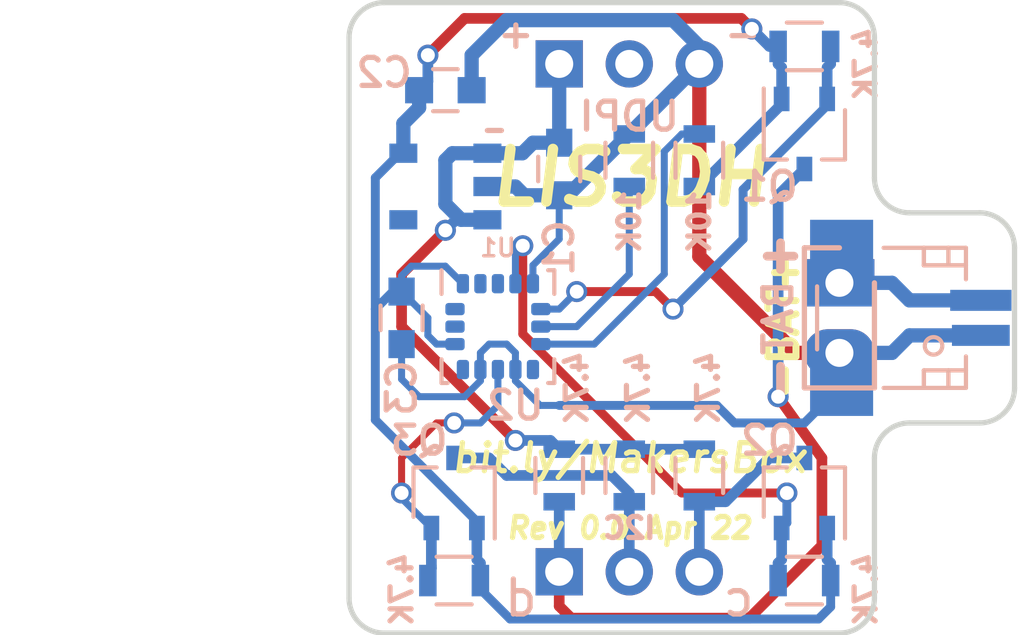
<source format=kicad_pcb>
(kicad_pcb (version 20171130) (host pcbnew "(5.1.10)-1")

  (general
    (thickness 1.6)
    (drawings 29)
    (tracks 175)
    (zones 0)
    (modules 20)
    (nets 13)
  )

  (page A)
  (title_block
    (title "Lights ATtiny826")
    (date 2022-03-18)
    (rev 0.0)
    (company www.MakersBox.us)
    (comment 1 648.ken@gmail.com)
  )

  (layers
    (0 F.Cu signal)
    (31 B.Cu signal)
    (32 B.Adhes user)
    (33 F.Adhes user)
    (34 B.Paste user)
    (35 F.Paste user)
    (36 B.SilkS user)
    (37 F.SilkS user)
    (38 B.Mask user)
    (39 F.Mask user hide)
    (40 Dwgs.User user)
    (41 Cmts.User user)
    (42 Eco1.User user)
    (43 Eco2.User user hide)
    (44 Edge.Cuts user)
    (45 Margin user)
    (46 B.CrtYd user)
    (47 F.CrtYd user)
    (48 B.Fab user)
    (49 F.Fab user)
  )

  (setup
    (last_trace_width 0.254)
    (user_trace_width 0.254)
    (user_trace_width 0.3048)
    (user_trace_width 0.4064)
    (user_trace_width 0.6096)
    (trace_clearance 0.2)
    (zone_clearance 0.508)
    (zone_45_only no)
    (trace_min 0.2)
    (via_size 0.6)
    (via_drill 0.4)
    (via_min_size 0.4)
    (via_min_drill 0.3)
    (uvia_size 0.3)
    (uvia_drill 0.1)
    (uvias_allowed no)
    (uvia_min_size 0.2)
    (uvia_min_drill 0.1)
    (edge_width 0.15)
    (segment_width 0.2)
    (pcb_text_width 0.3)
    (pcb_text_size 1.5 1.5)
    (mod_edge_width 0.15)
    (mod_text_size 1 1)
    (mod_text_width 0.15)
    (pad_size 0.8 0.2)
    (pad_drill 0)
    (pad_to_mask_clearance 0)
    (aux_axis_origin 0 0)
    (visible_elements 7FFFFFFF)
    (pcbplotparams
      (layerselection 0x00030_80000001)
      (usegerberextensions false)
      (usegerberattributes true)
      (usegerberadvancedattributes true)
      (creategerberjobfile true)
      (excludeedgelayer true)
      (linewidth 0.100000)
      (plotframeref false)
      (viasonmask false)
      (mode 1)
      (useauxorigin false)
      (hpglpennumber 1)
      (hpglpenspeed 20)
      (hpglpendiameter 15.000000)
      (psnegative false)
      (psa4output false)
      (plotreference true)
      (plotvalue true)
      (plotinvisibletext false)
      (padsonsilk false)
      (subtractmaskfromsilk false)
      (outputformat 1)
      (mirror false)
      (drillshape 0)
      (scaleselection 1)
      (outputdirectory ""))
  )

  (net 0 "")
  (net 1 GND)
  (net 2 "Net-(J1-Pad2)")
  (net 3 VCC)
  (net 4 +3V3)
  (net 5 /SCL)
  (net 6 /INT)
  (net 7 /SDA)
  (net 8 /SDA_3V3)
  (net 9 /SCL_3V3)
  (net 10 /INT_3V3)
  (net 11 "Net-(R7-Pad2)")
  (net 12 "Net-(R8-Pad1)")

  (net_class Default "This is the default net class."
    (clearance 0.2)
    (trace_width 0.2)
    (via_dia 0.6)
    (via_drill 0.4)
    (uvia_dia 0.3)
    (uvia_drill 0.1)
    (add_net +3V3)
    (add_net /INT)
    (add_net /INT_3V3)
    (add_net /SCL)
    (add_net /SCL_3V3)
    (add_net /SDA)
    (add_net /SDA_3V3)
    (add_net GND)
    (add_net "Net-(J1-Pad2)")
    (add_net "Net-(R7-Pad2)")
    (add_net "Net-(R8-Pad1)")
    (add_net VCC)
  )

  (module footprints:PIN_HEADER_LED (layer B.Cu) (tedit 6234EFD3) (tstamp 60357F5B)
    (at 145 92 180)
    (descr "Through hole straight pin header, 1x02, 2.00mm pitch, single row")
    (tags "Through hole pin header THT 1x02 2.00mm single row")
    (path /60347008)
    (fp_text reference J2 (at 0 2.06 180) (layer B.SilkS) hide
      (effects (font (size 1 1) (thickness 0.15)) (justify mirror))
    )
    (fp_text value BAT (at 1.75 -1 270) (layer B.SilkS)
      (effects (font (size 0.8 0.8) (thickness 0.15)) (justify mirror))
    )
    (fp_line (start 1.5 1.5) (end -1.5 1.5) (layer B.CrtYd) (width 0.05))
    (fp_line (start 1.5 -3.5) (end 1.5 1.5) (layer B.CrtYd) (width 0.05))
    (fp_line (start -1.5 -3.5) (end 1.5 -3.5) (layer B.CrtYd) (width 0.05))
    (fp_line (start -1.5 1.5) (end -1.5 -3.5) (layer B.CrtYd) (width 0.05))
    (fp_line (start -1 0.5) (end -0.5 1) (layer B.Fab) (width 0.1))
    (fp_line (start -1 -3) (end -1 0.5) (layer B.Fab) (width 0.1))
    (fp_line (start 1 -3) (end -1 -3) (layer B.Fab) (width 0.1))
    (fp_line (start 1 1) (end 1 -3) (layer B.Fab) (width 0.1))
    (fp_line (start -0.5 1) (end 1 1) (layer B.Fab) (width 0.1))
    (fp_line (start 1 1) (end 0 1) (layer B.SilkS) (width 0.15))
    (fp_line (start 1 -3) (end 1 1) (layer B.SilkS) (width 0.15))
    (fp_line (start -1 -3) (end 1 -3) (layer B.SilkS) (width 0.15))
    (fp_line (start -1 0) (end -1 -3) (layer B.SilkS) (width 0.15))
    (fp_text user %R (at 0 -1 90) (layer B.Fab)
      (effects (font (size 1 1) (thickness 0.15)) (justify mirror))
    )
    (pad 1 thru_hole rect (at 0 0 180) (size 2 1.35) (drill 0.8) (layers *.Cu *.Mask)
      (net 2 "Net-(J1-Pad2)"))
    (pad 2 thru_hole oval (at 0 -2 180) (size 2 1.35) (drill 0.8) (layers *.Cu *.Mask)
      (net 1 GND))
    (model ${KISYS3DMOD}/Pin_Headers.3dshapes/Pin_Header_Straight_1x02_Pitch2.00mm.wrl
      (at (xyz 0 0 0))
      (scale (xyz 1 1 1))
      (rotate (xyz 0 0 0))
    )
  )

  (module footprints:JST_SH_SM02B_hand_solder (layer B.Cu) (tedit 6041D3AA) (tstamp 60425510)
    (at 147 93 90)
    (descr http://www.jst-mfg.com/product/pdf/eng/eSH.pdf)
    (tags "connector jst sh")
    (path /6041C3A6)
    (attr smd)
    (fp_text reference J1 (at -0.5 4 90) (layer B.SilkS) hide
      (effects (font (size 1 1) (thickness 0.15)) (justify mirror))
    )
    (fp_text value JST-SH (at 0 -4.5 90) (layer B.Fab)
      (effects (font (size 1 1) (thickness 0.15)) (justify mirror))
    )
    (fp_line (start 2.9 -3.35) (end -2.9 -3.35) (layer B.CrtYd) (width 0.05))
    (fp_line (start 2.9 3.25) (end 2.9 -3.35) (layer B.CrtYd) (width 0.05))
    (fp_line (start -2.9 3.25) (end 2.9 3.25) (layer B.CrtYd) (width 0.05))
    (fp_line (start -2.9 -3.35) (end -2.9 3.25) (layer B.CrtYd) (width 0.05))
    (fp_line (start 2 0.4125) (end 1.5 0.4125) (layer B.SilkS) (width 0.12))
    (fp_line (start 2 0.4125) (end 2 0.4125) (layer B.SilkS) (width 0.12))
    (fp_line (start 1.5 0.4125) (end 2 0.4125) (layer B.SilkS) (width 0.12))
    (fp_line (start 1.5 0.4125) (end 1.5 0.4125) (layer B.SilkS) (width 0.12))
    (fp_line (start 2 1.1125) (end 1.5 1.1125) (layer B.SilkS) (width 0.12))
    (fp_line (start 2 1.1125) (end 2 1.1125) (layer B.SilkS) (width 0.12))
    (fp_line (start 1.5 1.1125) (end 2 1.1125) (layer B.SilkS) (width 0.12))
    (fp_line (start 1.5 1.1125) (end 1.5 1.1125) (layer B.SilkS) (width 0.12))
    (fp_line (start 1.5 1.6125) (end 1.5 1.6125) (layer B.SilkS) (width 0.12))
    (fp_line (start 1.5 0.4125) (end 1.5 1.6125) (layer B.SilkS) (width 0.12))
    (fp_line (start 1.5 0.4125) (end 1.5 0.4125) (layer B.SilkS) (width 0.12))
    (fp_line (start 1.5 1.6125) (end 1.5 0.4125) (layer B.SilkS) (width 0.12))
    (fp_line (start 2 1.6125) (end 1.1 1.6125) (layer B.SilkS) (width 0.12))
    (fp_line (start 2 -0.7375) (end 2 1.6125) (layer B.SilkS) (width 0.12))
    (fp_line (start -2 0.4125) (end -1.5 0.4125) (layer B.SilkS) (width 0.12))
    (fp_line (start -2 0.4125) (end -2 0.4125) (layer B.SilkS) (width 0.12))
    (fp_line (start -1.5 0.4125) (end -2 0.4125) (layer B.SilkS) (width 0.12))
    (fp_line (start -1.5 0.4125) (end -1.5 0.4125) (layer B.SilkS) (width 0.12))
    (fp_line (start -2 1.1125) (end -1.5 1.1125) (layer B.SilkS) (width 0.12))
    (fp_line (start -2 1.1125) (end -2 1.1125) (layer B.SilkS) (width 0.12))
    (fp_line (start -1.5 1.1125) (end -2 1.1125) (layer B.SilkS) (width 0.12))
    (fp_line (start -1.5 1.1125) (end -1.5 1.1125) (layer B.SilkS) (width 0.12))
    (fp_line (start -1.5 1.6125) (end -1.5 1.6125) (layer B.SilkS) (width 0.12))
    (fp_line (start -1.5 0.4125) (end -1.5 1.6125) (layer B.SilkS) (width 0.12))
    (fp_line (start -1.5 0.4125) (end -1.5 0.4125) (layer B.SilkS) (width 0.12))
    (fp_line (start -1.5 1.6125) (end -1.5 0.4125) (layer B.SilkS) (width 0.12))
    (fp_line (start -2 1.6125) (end -1.1 1.6125) (layer B.SilkS) (width 0.12))
    (fp_line (start -2 -0.7375) (end -2 1.6125) (layer B.SilkS) (width 0.12))
    (fp_line (start -0.9 -2.6375) (end 0.9 -2.6375) (layer B.SilkS) (width 0.12))
    (fp_circle (center -0.8 0.6875) (end -0.55 0.6875) (layer B.SilkS) (width 0.12))
    (pad 1 smd rect (at -0.5 2.0375 90) (size 0.6 1.65) (layers B.Cu B.Paste B.Mask)
      (net 1 GND))
    (pad 2 smd rect (at 0.5 2.0375 90) (size 0.6 1.75) (layers B.Cu B.Paste B.Mask)
      (net 2 "Net-(J1-Pad2)"))
    (pad 1 smd rect (at -2 -1.9375 90) (size 1.6 1.8) (layers B.Cu B.Paste B.Mask)
      (net 1 GND))
    (pad 2 smd rect (at 2 -1.9375 90) (size 1.6 1.8) (layers B.Cu B.Paste B.Mask)
      (net 2 "Net-(J1-Pad2)"))
  )

  (module footprints:PinHeader_1x03_P2.00mm_Vertical (layer B.Cu) (tedit 624D22E6) (tstamp 625AF1CC)
    (at 137 85.75 270)
    (descr "Through hole straight pin header, 1x03, 2.00mm pitch, single row")
    (tags "Through hole pin header THT 1x03 2.00mm single row")
    (path /623F35D1)
    (fp_text reference J4 (at 0 2.06 90) (layer B.SilkS) hide
      (effects (font (size 1 1) (thickness 0.15)) (justify mirror))
    )
    (fp_text value UDPI (at 1.5 -2 180) (layer B.SilkS)
      (effects (font (size 0.8 0.8) (thickness 0.15)) (justify mirror))
    )
    (fp_line (start -0.5 1) (end 1 1) (layer B.Fab) (width 0.1))
    (fp_line (start 1 1) (end 1 -5) (layer B.Fab) (width 0.1))
    (fp_line (start 1 -5) (end -1 -5) (layer B.Fab) (width 0.1))
    (fp_line (start -1 -5) (end -1 0.5) (layer B.Fab) (width 0.1))
    (fp_line (start -1 0.5) (end -0.5 1) (layer B.Fab) (width 0.1))
    (fp_line (start -1.5 1.5) (end -1.5 -5.5) (layer B.CrtYd) (width 0.05))
    (fp_line (start -1.5 -5.5) (end 1.5 -5.5) (layer B.CrtYd) (width 0.05))
    (fp_line (start 1.5 -5.5) (end 1.5 1.5) (layer B.CrtYd) (width 0.05))
    (fp_line (start 1.5 1.5) (end -1.5 1.5) (layer B.CrtYd) (width 0.05))
    (fp_text user %R (at 0 -2 180) (layer B.Fab)
      (effects (font (size 1 1) (thickness 0.15)) (justify mirror))
    )
    (pad 3 thru_hole oval (at 0 -4 270) (size 1.35 1.35) (drill 0.8) (layers *.Cu *.Mask)
      (net 1 GND))
    (pad 2 thru_hole oval (at 0 -2 270) (size 1.35 1.35) (drill 0.8) (layers *.Cu *.Mask))
    (pad 1 thru_hole rect (at 0 0 270) (size 1.35 1.35) (drill 0.8) (layers *.Cu *.Mask)
      (net 3 VCC))
    (model ${KISYS3DMOD}/Connector_PinHeader_2.00mm.3dshapes/PinHeader_1x03_P2.00mm_Vertical.wrl
      (at (xyz 0 0 0))
      (scale (xyz 1 1 1))
      (rotate (xyz 0 0 0))
    )
  )

  (module footprints:PinHeader_1x03_P2.00mm_Vertical (layer B.Cu) (tedit 624D22E6) (tstamp 625AF103)
    (at 137 100.25 270)
    (descr "Through hole straight pin header, 1x03, 2.00mm pitch, single row")
    (tags "Through hole pin header THT 1x03 2.00mm single row")
    (path /625B2420)
    (fp_text reference J8 (at 0 2.06 270) (layer B.SilkS) hide
      (effects (font (size 1 1) (thickness 0.15)) (justify mirror))
    )
    (fp_text value I2C (at -1.25 -2) (layer B.SilkS)
      (effects (font (size 0.6 0.6) (thickness 0.15)) (justify mirror))
    )
    (fp_line (start 1.5 1.5) (end -1.5 1.5) (layer B.CrtYd) (width 0.05))
    (fp_line (start 1.5 -5.5) (end 1.5 1.5) (layer B.CrtYd) (width 0.05))
    (fp_line (start -1.5 -5.5) (end 1.5 -5.5) (layer B.CrtYd) (width 0.05))
    (fp_line (start -1.5 1.5) (end -1.5 -5.5) (layer B.CrtYd) (width 0.05))
    (fp_line (start -1 0.5) (end -0.5 1) (layer B.Fab) (width 0.1))
    (fp_line (start -1 -5) (end -1 0.5) (layer B.Fab) (width 0.1))
    (fp_line (start 1 -5) (end -1 -5) (layer B.Fab) (width 0.1))
    (fp_line (start 1 1) (end 1 -5) (layer B.Fab) (width 0.1))
    (fp_line (start -0.5 1) (end 1 1) (layer B.Fab) (width 0.1))
    (fp_text user %R (at 0 -2) (layer B.Fab)
      (effects (font (size 1 1) (thickness 0.15)) (justify mirror))
    )
    (pad 3 thru_hole oval (at 0 -4 270) (size 1.35 1.35) (drill 0.8) (layers *.Cu *.Mask)
      (net 5 /SCL))
    (pad 2 thru_hole oval (at 0 -2 270) (size 1.35 1.35) (drill 0.8) (layers *.Cu *.Mask)
      (net 6 /INT))
    (pad 1 thru_hole rect (at 0 0 270) (size 1.35 1.35) (drill 0.8) (layers *.Cu *.Mask)
      (net 7 /SDA))
    (model ${KISYS3DMOD}/Connector_PinHeader_2.00mm.3dshapes/PinHeader_1x03_P2.00mm_Vertical.wrl
      (at (xyz 0 0 0))
      (scale (xyz 1 1 1))
      (rotate (xyz 0 0 0))
    )
  )

  (module footprints:C_0603 (layer B.Cu) (tedit 59958EE7) (tstamp 625B6BF6)
    (at 137 88.75 270)
    (descr "Capacitor SMD 0603, reflow soldering, AVX (see smccp.pdf)")
    (tags "capacitor 0603")
    (path /62632022)
    (attr smd)
    (fp_text reference C1 (at 2.25 0 270) (layer B.SilkS)
      (effects (font (size 0.8 0.8) (thickness 0.15)) (justify mirror))
    )
    (fp_text value 0.1uF (at 0 -1.5 270) (layer B.Fab)
      (effects (font (size 1 1) (thickness 0.15)) (justify mirror))
    )
    (fp_text user %R (at 0 0 270) (layer B.Fab)
      (effects (font (size 0.3 0.3) (thickness 0.075)) (justify mirror))
    )
    (fp_line (start 1.4 -0.65) (end -1.4 -0.65) (layer B.CrtYd) (width 0.05))
    (fp_line (start 1.4 -0.65) (end 1.4 0.65) (layer B.CrtYd) (width 0.05))
    (fp_line (start -1.4 0.65) (end -1.4 -0.65) (layer B.CrtYd) (width 0.05))
    (fp_line (start -1.4 0.65) (end 1.4 0.65) (layer B.CrtYd) (width 0.05))
    (fp_line (start 0.35 -0.6) (end -0.35 -0.6) (layer B.SilkS) (width 0.12))
    (fp_line (start -0.35 0.6) (end 0.35 0.6) (layer B.SilkS) (width 0.12))
    (fp_line (start -0.8 0.4) (end 0.8 0.4) (layer B.Fab) (width 0.1))
    (fp_line (start 0.8 0.4) (end 0.8 -0.4) (layer B.Fab) (width 0.1))
    (fp_line (start 0.8 -0.4) (end -0.8 -0.4) (layer B.Fab) (width 0.1))
    (fp_line (start -0.8 -0.4) (end -0.8 0.4) (layer B.Fab) (width 0.1))
    (pad 1 smd rect (at -0.75 0 270) (size 0.8 0.75) (layers B.Cu B.Paste B.Mask)
      (net 3 VCC))
    (pad 2 smd rect (at 0.75 0 270) (size 0.8 0.75) (layers B.Cu B.Paste B.Mask)
      (net 1 GND))
    (model Capacitors_SMD.3dshapes/C_0603.wrl
      (at (xyz 0 0 0))
      (scale (xyz 1 1 1))
      (rotate (xyz 0 0 0))
    )
  )

  (module footprints:C_0603 (layer B.Cu) (tedit 59958EE7) (tstamp 625B89EC)
    (at 133.75 86.5)
    (descr "Capacitor SMD 0603, reflow soldering, AVX (see smccp.pdf)")
    (tags "capacitor 0603")
    (path /6263275A)
    (attr smd)
    (fp_text reference C2 (at -1.75 -0.5 180) (layer B.SilkS)
      (effects (font (size 0.8 0.8) (thickness 0.15)) (justify mirror))
    )
    (fp_text value 0.1uF (at 0 -1.5 180) (layer B.Fab)
      (effects (font (size 1 1) (thickness 0.15)) (justify mirror))
    )
    (fp_line (start -0.8 -0.4) (end -0.8 0.4) (layer B.Fab) (width 0.1))
    (fp_line (start 0.8 -0.4) (end -0.8 -0.4) (layer B.Fab) (width 0.1))
    (fp_line (start 0.8 0.4) (end 0.8 -0.4) (layer B.Fab) (width 0.1))
    (fp_line (start -0.8 0.4) (end 0.8 0.4) (layer B.Fab) (width 0.1))
    (fp_line (start -0.35 0.6) (end 0.35 0.6) (layer B.SilkS) (width 0.12))
    (fp_line (start 0.35 -0.6) (end -0.35 -0.6) (layer B.SilkS) (width 0.12))
    (fp_line (start -1.4 0.65) (end 1.4 0.65) (layer B.CrtYd) (width 0.05))
    (fp_line (start -1.4 0.65) (end -1.4 -0.65) (layer B.CrtYd) (width 0.05))
    (fp_line (start 1.4 -0.65) (end 1.4 0.65) (layer B.CrtYd) (width 0.05))
    (fp_line (start 1.4 -0.65) (end -1.4 -0.65) (layer B.CrtYd) (width 0.05))
    (fp_text user %R (at 0 0 180) (layer B.Fab)
      (effects (font (size 0.3 0.3) (thickness 0.075)) (justify mirror))
    )
    (pad 2 smd rect (at 0.75 0) (size 0.8 0.75) (layers B.Cu B.Paste B.Mask)
      (net 1 GND))
    (pad 1 smd rect (at -0.75 0) (size 0.8 0.75) (layers B.Cu B.Paste B.Mask)
      (net 4 +3V3))
    (model Capacitors_SMD.3dshapes/C_0603.wrl
      (at (xyz 0 0 0))
      (scale (xyz 1 1 1))
      (rotate (xyz 0 0 0))
    )
  )

  (module Package_TO_SOT_SMD:SOT-323_SC-70 (layer B.Cu) (tedit 5A02FF57) (tstamp 625B8905)
    (at 144 87.75 270)
    (descr "SOT-323, SC-70")
    (tags "SOT-323 SC-70")
    (path /62635788)
    (attr smd)
    (fp_text reference Q1 (at 1.5 1 180) (layer B.SilkS)
      (effects (font (size 0.8 0.8) (thickness 0.15)) (justify mirror))
    )
    (fp_text value BSS138 (at -0.05 -2.05 270) (layer B.Fab)
      (effects (font (size 1 1) (thickness 0.15)) (justify mirror))
    )
    (fp_text user %R (at 0 0) (layer B.Fab)
      (effects (font (size 0.5 0.5) (thickness 0.075)) (justify mirror))
    )
    (fp_line (start 0.73 -0.5) (end 0.73 -1.16) (layer B.SilkS) (width 0.12))
    (fp_line (start 0.73 1.16) (end 0.73 0.5) (layer B.SilkS) (width 0.12))
    (fp_line (start 1.7 -1.3) (end -1.7 -1.3) (layer B.CrtYd) (width 0.05))
    (fp_line (start 1.7 1.3) (end 1.7 -1.3) (layer B.CrtYd) (width 0.05))
    (fp_line (start -1.7 1.3) (end 1.7 1.3) (layer B.CrtYd) (width 0.05))
    (fp_line (start -1.7 -1.3) (end -1.7 1.3) (layer B.CrtYd) (width 0.05))
    (fp_line (start 0.73 1.16) (end -1.3 1.16) (layer B.SilkS) (width 0.12))
    (fp_line (start -0.68 -1.16) (end 0.73 -1.16) (layer B.SilkS) (width 0.12))
    (fp_line (start 0.67 1.1) (end -0.18 1.1) (layer B.Fab) (width 0.1))
    (fp_line (start -0.68 0.6) (end -0.68 -1.1) (layer B.Fab) (width 0.1))
    (fp_line (start 0.67 1.1) (end 0.67 -1.1) (layer B.Fab) (width 0.1))
    (fp_line (start 0.67 -1.1) (end -0.68 -1.1) (layer B.Fab) (width 0.1))
    (fp_line (start -0.18 1.1) (end -0.68 0.6) (layer B.Fab) (width 0.1))
    (pad 3 smd rect (at 1 0) (size 0.45 0.7) (layers B.Cu B.Paste B.Mask)
      (net 7 /SDA))
    (pad 2 smd rect (at -1 -0.65) (size 0.45 0.7) (layers B.Cu B.Paste B.Mask)
      (net 8 /SDA_3V3))
    (pad 1 smd rect (at -1 0.65) (size 0.45 0.7) (layers B.Cu B.Paste B.Mask)
      (net 4 +3V3))
    (model ${KISYS3DMOD}/Package_TO_SOT_SMD.3dshapes/SOT-323_SC-70.wrl
      (at (xyz 0 0 0))
      (scale (xyz 1 1 1))
      (rotate (xyz 0 0 0))
    )
  )

  (module Package_TO_SOT_SMD:SOT-323_SC-70 (layer B.Cu) (tedit 5A02FF57) (tstamp 625B6C31)
    (at 144 98 90)
    (descr "SOT-323, SC-70")
    (tags "SOT-323 SC-70")
    (path /62649B2D)
    (attr smd)
    (fp_text reference Q2 (at 1.5 -1 -180) (layer B.SilkS)
      (effects (font (size 0.8 0.8) (thickness 0.15)) (justify mirror))
    )
    (fp_text value BSS138 (at -0.05 -2.05 -90) (layer B.Fab)
      (effects (font (size 1 1) (thickness 0.15)) (justify mirror))
    )
    (fp_line (start -0.18 1.1) (end -0.68 0.6) (layer B.Fab) (width 0.1))
    (fp_line (start 0.67 -1.1) (end -0.68 -1.1) (layer B.Fab) (width 0.1))
    (fp_line (start 0.67 1.1) (end 0.67 -1.1) (layer B.Fab) (width 0.1))
    (fp_line (start -0.68 0.6) (end -0.68 -1.1) (layer B.Fab) (width 0.1))
    (fp_line (start 0.67 1.1) (end -0.18 1.1) (layer B.Fab) (width 0.1))
    (fp_line (start -0.68 -1.16) (end 0.73 -1.16) (layer B.SilkS) (width 0.12))
    (fp_line (start 0.73 1.16) (end -1.3 1.16) (layer B.SilkS) (width 0.12))
    (fp_line (start -1.7 -1.3) (end -1.7 1.3) (layer B.CrtYd) (width 0.05))
    (fp_line (start -1.7 1.3) (end 1.7 1.3) (layer B.CrtYd) (width 0.05))
    (fp_line (start 1.7 1.3) (end 1.7 -1.3) (layer B.CrtYd) (width 0.05))
    (fp_line (start 1.7 -1.3) (end -1.7 -1.3) (layer B.CrtYd) (width 0.05))
    (fp_line (start 0.73 1.16) (end 0.73 0.5) (layer B.SilkS) (width 0.12))
    (fp_line (start 0.73 -0.5) (end 0.73 -1.16) (layer B.SilkS) (width 0.12))
    (fp_text user %R (at 0 0) (layer B.Fab)
      (effects (font (size 0.5 0.5) (thickness 0.075)) (justify mirror))
    )
    (pad 1 smd rect (at -1 0.65 180) (size 0.45 0.7) (layers B.Cu B.Paste B.Mask)
      (net 4 +3V3))
    (pad 2 smd rect (at -1 -0.65 180) (size 0.45 0.7) (layers B.Cu B.Paste B.Mask)
      (net 9 /SCL_3V3))
    (pad 3 smd rect (at 1 0 180) (size 0.45 0.7) (layers B.Cu B.Paste B.Mask)
      (net 5 /SCL))
    (model ${KISYS3DMOD}/Package_TO_SOT_SMD.3dshapes/SOT-323_SC-70.wrl
      (at (xyz 0 0 0))
      (scale (xyz 1 1 1))
      (rotate (xyz 0 0 0))
    )
  )

  (module Package_TO_SOT_SMD:SOT-323_SC-70 (layer B.Cu) (tedit 5A02FF57) (tstamp 625B74F9)
    (at 134 98 90)
    (descr "SOT-323, SC-70")
    (tags "SOT-323 SC-70")
    (path /6264F167)
    (attr smd)
    (fp_text reference Q3 (at 1.5 -1 180) (layer B.SilkS)
      (effects (font (size 0.8 0.8) (thickness 0.15)) (justify mirror))
    )
    (fp_text value BSS138 (at -0.05 -2.05 -90) (layer B.Fab)
      (effects (font (size 1 1) (thickness 0.15)) (justify mirror))
    )
    (fp_line (start -0.18 1.1) (end -0.68 0.6) (layer B.Fab) (width 0.1))
    (fp_line (start 0.67 -1.1) (end -0.68 -1.1) (layer B.Fab) (width 0.1))
    (fp_line (start 0.67 1.1) (end 0.67 -1.1) (layer B.Fab) (width 0.1))
    (fp_line (start -0.68 0.6) (end -0.68 -1.1) (layer B.Fab) (width 0.1))
    (fp_line (start 0.67 1.1) (end -0.18 1.1) (layer B.Fab) (width 0.1))
    (fp_line (start -0.68 -1.16) (end 0.73 -1.16) (layer B.SilkS) (width 0.12))
    (fp_line (start 0.73 1.16) (end -1.3 1.16) (layer B.SilkS) (width 0.12))
    (fp_line (start -1.7 -1.3) (end -1.7 1.3) (layer B.CrtYd) (width 0.05))
    (fp_line (start -1.7 1.3) (end 1.7 1.3) (layer B.CrtYd) (width 0.05))
    (fp_line (start 1.7 1.3) (end 1.7 -1.3) (layer B.CrtYd) (width 0.05))
    (fp_line (start 1.7 -1.3) (end -1.7 -1.3) (layer B.CrtYd) (width 0.05))
    (fp_line (start 0.73 1.16) (end 0.73 0.5) (layer B.SilkS) (width 0.12))
    (fp_line (start 0.73 -0.5) (end 0.73 -1.16) (layer B.SilkS) (width 0.12))
    (fp_text user %R (at 0 0) (layer B.Fab)
      (effects (font (size 0.5 0.5) (thickness 0.075)) (justify mirror))
    )
    (pad 1 smd rect (at -1 0.65 180) (size 0.45 0.7) (layers B.Cu B.Paste B.Mask)
      (net 4 +3V3))
    (pad 2 smd rect (at -1 -0.65 180) (size 0.45 0.7) (layers B.Cu B.Paste B.Mask)
      (net 10 /INT_3V3))
    (pad 3 smd rect (at 1 0 180) (size 0.45 0.7) (layers B.Cu B.Paste B.Mask)
      (net 6 /INT))
    (model ${KISYS3DMOD}/Package_TO_SOT_SMD.3dshapes/SOT-323_SC-70.wrl
      (at (xyz 0 0 0))
      (scale (xyz 1 1 1))
      (rotate (xyz 0 0 0))
    )
  )

  (module footprints:R_0603 (layer B.Cu) (tedit 624CF025) (tstamp 625B6C57)
    (at 137 97.5 270)
    (descr "Resistor SMD 0603, reflow soldering, Vishay (see dcrcw.pdf)")
    (tags "resistor 0603")
    (path /62641D17)
    (attr smd)
    (fp_text reference R1 (at 0 0 90) (layer B.SilkS) hide
      (effects (font (size 0.4 0.4) (thickness 0.1)) (justify mirror))
    )
    (fp_text value 4.7K (at -2.5 -0.5 90) (layer B.SilkS)
      (effects (font (size 0.6 0.6) (thickness 0.15)) (justify mirror))
    )
    (fp_text user %R (at 0 0 90) (layer B.Fab)
      (effects (font (size 0.4 0.4) (thickness 0.075)) (justify mirror))
    )
    (fp_line (start -0.8 -0.4) (end -0.8 0.4) (layer B.Fab) (width 0.1))
    (fp_line (start 0.8 -0.4) (end -0.8 -0.4) (layer B.Fab) (width 0.1))
    (fp_line (start 0.8 0.4) (end 0.8 -0.4) (layer B.Fab) (width 0.1))
    (fp_line (start -0.8 0.4) (end 0.8 0.4) (layer B.Fab) (width 0.1))
    (fp_line (start 0.5 -0.68) (end -0.5 -0.68) (layer B.SilkS) (width 0.12))
    (fp_line (start -0.5 0.68) (end 0.5 0.68) (layer B.SilkS) (width 0.12))
    (fp_line (start -1.25 0.7) (end 1.25 0.7) (layer B.CrtYd) (width 0.05))
    (fp_line (start -1.25 0.7) (end -1.25 -0.7) (layer B.CrtYd) (width 0.05))
    (fp_line (start 1.25 -0.7) (end 1.25 0.7) (layer B.CrtYd) (width 0.05))
    (fp_line (start 1.25 -0.7) (end -1.25 -0.7) (layer B.CrtYd) (width 0.05))
    (pad 2 smd rect (at 0.75 0 270) (size 0.5 0.9) (layers B.Cu B.Paste B.Mask)
      (net 7 /SDA))
    (pad 1 smd rect (at -0.75 0 270) (size 0.5 0.9) (layers B.Cu B.Paste B.Mask)
      (net 3 VCC))
    (model ${KISYS3DMOD}/Resistors_SMD.3dshapes/R_0603.wrl
      (at (xyz 0 0 0))
      (scale (xyz 1 1 1))
      (rotate (xyz 0 0 0))
    )
  )

  (module footprints:R_0603 (layer B.Cu) (tedit 624CF025) (tstamp 625B6C68)
    (at 141 97.5 270)
    (descr "Resistor SMD 0603, reflow soldering, Vishay (see dcrcw.pdf)")
    (tags "resistor 0603")
    (path /62649B45)
    (attr smd)
    (fp_text reference R2 (at 0 0 90) (layer B.SilkS) hide
      (effects (font (size 0.4 0.4) (thickness 0.1)) (justify mirror))
    )
    (fp_text value 4.7K (at -2.5 -0.25 90) (layer B.SilkS)
      (effects (font (size 0.6 0.6) (thickness 0.15)) (justify mirror))
    )
    (fp_line (start 1.25 -0.7) (end -1.25 -0.7) (layer B.CrtYd) (width 0.05))
    (fp_line (start 1.25 -0.7) (end 1.25 0.7) (layer B.CrtYd) (width 0.05))
    (fp_line (start -1.25 0.7) (end -1.25 -0.7) (layer B.CrtYd) (width 0.05))
    (fp_line (start -1.25 0.7) (end 1.25 0.7) (layer B.CrtYd) (width 0.05))
    (fp_line (start -0.5 0.68) (end 0.5 0.68) (layer B.SilkS) (width 0.12))
    (fp_line (start 0.5 -0.68) (end -0.5 -0.68) (layer B.SilkS) (width 0.12))
    (fp_line (start -0.8 0.4) (end 0.8 0.4) (layer B.Fab) (width 0.1))
    (fp_line (start 0.8 0.4) (end 0.8 -0.4) (layer B.Fab) (width 0.1))
    (fp_line (start 0.8 -0.4) (end -0.8 -0.4) (layer B.Fab) (width 0.1))
    (fp_line (start -0.8 -0.4) (end -0.8 0.4) (layer B.Fab) (width 0.1))
    (fp_text user %R (at 0 0 90) (layer B.Fab)
      (effects (font (size 0.4 0.4) (thickness 0.075)) (justify mirror))
    )
    (pad 1 smd rect (at -0.75 0 270) (size 0.5 0.9) (layers B.Cu B.Paste B.Mask)
      (net 3 VCC))
    (pad 2 smd rect (at 0.75 0 270) (size 0.5 0.9) (layers B.Cu B.Paste B.Mask)
      (net 5 /SCL))
    (model ${KISYS3DMOD}/Resistors_SMD.3dshapes/R_0603.wrl
      (at (xyz 0 0 0))
      (scale (xyz 1 1 1))
      (rotate (xyz 0 0 0))
    )
  )

  (module footprints:R_0603 (layer B.Cu) (tedit 624CF025) (tstamp 625B7EB7)
    (at 139 97.5 270)
    (descr "Resistor SMD 0603, reflow soldering, Vishay (see dcrcw.pdf)")
    (tags "resistor 0603")
    (path /6264F17F)
    (attr smd)
    (fp_text reference R3 (at 0 0 90) (layer B.SilkS) hide
      (effects (font (size 0.4 0.4) (thickness 0.1)) (justify mirror))
    )
    (fp_text value 4.7K (at -2.5 -0.25 90) (layer B.SilkS)
      (effects (font (size 0.6 0.6) (thickness 0.15)) (justify mirror))
    )
    (fp_line (start 1.25 -0.7) (end -1.25 -0.7) (layer B.CrtYd) (width 0.05))
    (fp_line (start 1.25 -0.7) (end 1.25 0.7) (layer B.CrtYd) (width 0.05))
    (fp_line (start -1.25 0.7) (end -1.25 -0.7) (layer B.CrtYd) (width 0.05))
    (fp_line (start -1.25 0.7) (end 1.25 0.7) (layer B.CrtYd) (width 0.05))
    (fp_line (start -0.5 0.68) (end 0.5 0.68) (layer B.SilkS) (width 0.12))
    (fp_line (start 0.5 -0.68) (end -0.5 -0.68) (layer B.SilkS) (width 0.12))
    (fp_line (start -0.8 0.4) (end 0.8 0.4) (layer B.Fab) (width 0.1))
    (fp_line (start 0.8 0.4) (end 0.8 -0.4) (layer B.Fab) (width 0.1))
    (fp_line (start 0.8 -0.4) (end -0.8 -0.4) (layer B.Fab) (width 0.1))
    (fp_line (start -0.8 -0.4) (end -0.8 0.4) (layer B.Fab) (width 0.1))
    (fp_text user %R (at 0 0 90) (layer B.Fab)
      (effects (font (size 0.4 0.4) (thickness 0.075)) (justify mirror))
    )
    (pad 1 smd rect (at -0.75 0 270) (size 0.5 0.9) (layers B.Cu B.Paste B.Mask)
      (net 3 VCC))
    (pad 2 smd rect (at 0.75 0 270) (size 0.5 0.9) (layers B.Cu B.Paste B.Mask)
      (net 6 /INT))
    (model ${KISYS3DMOD}/Resistors_SMD.3dshapes/R_0603.wrl
      (at (xyz 0 0 0))
      (scale (xyz 1 1 1))
      (rotate (xyz 0 0 0))
    )
  )

  (module footprints:R_0603 (layer B.Cu) (tedit 624CF025) (tstamp 625B6C8A)
    (at 144 85.25)
    (descr "Resistor SMD 0603, reflow soldering, Vishay (see dcrcw.pdf)")
    (tags "resistor 0603")
    (path /62647902)
    (attr smd)
    (fp_text reference R4 (at 0 0) (layer B.SilkS) hide
      (effects (font (size 0.4 0.4) (thickness 0.1)) (justify mirror))
    )
    (fp_text value 4.7K (at 1.75 0.5 90) (layer B.SilkS)
      (effects (font (size 0.6 0.6) (thickness 0.15)) (justify mirror))
    )
    (fp_line (start 1.25 -0.7) (end -1.25 -0.7) (layer B.CrtYd) (width 0.05))
    (fp_line (start 1.25 -0.7) (end 1.25 0.7) (layer B.CrtYd) (width 0.05))
    (fp_line (start -1.25 0.7) (end -1.25 -0.7) (layer B.CrtYd) (width 0.05))
    (fp_line (start -1.25 0.7) (end 1.25 0.7) (layer B.CrtYd) (width 0.05))
    (fp_line (start -0.5 0.68) (end 0.5 0.68) (layer B.SilkS) (width 0.12))
    (fp_line (start 0.5 -0.68) (end -0.5 -0.68) (layer B.SilkS) (width 0.12))
    (fp_line (start -0.8 0.4) (end 0.8 0.4) (layer B.Fab) (width 0.1))
    (fp_line (start 0.8 0.4) (end 0.8 -0.4) (layer B.Fab) (width 0.1))
    (fp_line (start 0.8 -0.4) (end -0.8 -0.4) (layer B.Fab) (width 0.1))
    (fp_line (start -0.8 -0.4) (end -0.8 0.4) (layer B.Fab) (width 0.1))
    (fp_text user %R (at 0 0) (layer B.Fab)
      (effects (font (size 0.4 0.4) (thickness 0.075)) (justify mirror))
    )
    (pad 1 smd rect (at -0.75 0) (size 0.5 0.9) (layers B.Cu B.Paste B.Mask)
      (net 4 +3V3))
    (pad 2 smd rect (at 0.75 0) (size 0.5 0.9) (layers B.Cu B.Paste B.Mask)
      (net 8 /SDA_3V3))
    (model ${KISYS3DMOD}/Resistors_SMD.3dshapes/R_0603.wrl
      (at (xyz 0 0 0))
      (scale (xyz 1 1 1))
      (rotate (xyz 0 0 0))
    )
  )

  (module footprints:R_0603 (layer B.Cu) (tedit 624CF025) (tstamp 625B6C9B)
    (at 144 100.5 180)
    (descr "Resistor SMD 0603, reflow soldering, Vishay (see dcrcw.pdf)")
    (tags "resistor 0603")
    (path /62649B5D)
    (attr smd)
    (fp_text reference R5 (at 0 0) (layer B.SilkS) hide
      (effects (font (size 0.4 0.4) (thickness 0.1)) (justify mirror))
    )
    (fp_text value 4.7K (at -1.75 -0.25 90) (layer B.SilkS)
      (effects (font (size 0.6 0.6) (thickness 0.15)) (justify mirror))
    )
    (fp_text user %R (at 0 0) (layer B.Fab)
      (effects (font (size 0.4 0.4) (thickness 0.075)) (justify mirror))
    )
    (fp_line (start -0.8 -0.4) (end -0.8 0.4) (layer B.Fab) (width 0.1))
    (fp_line (start 0.8 -0.4) (end -0.8 -0.4) (layer B.Fab) (width 0.1))
    (fp_line (start 0.8 0.4) (end 0.8 -0.4) (layer B.Fab) (width 0.1))
    (fp_line (start -0.8 0.4) (end 0.8 0.4) (layer B.Fab) (width 0.1))
    (fp_line (start 0.5 -0.68) (end -0.5 -0.68) (layer B.SilkS) (width 0.12))
    (fp_line (start -0.5 0.68) (end 0.5 0.68) (layer B.SilkS) (width 0.12))
    (fp_line (start -1.25 0.7) (end 1.25 0.7) (layer B.CrtYd) (width 0.05))
    (fp_line (start -1.25 0.7) (end -1.25 -0.7) (layer B.CrtYd) (width 0.05))
    (fp_line (start 1.25 -0.7) (end 1.25 0.7) (layer B.CrtYd) (width 0.05))
    (fp_line (start 1.25 -0.7) (end -1.25 -0.7) (layer B.CrtYd) (width 0.05))
    (pad 2 smd rect (at 0.75 0 180) (size 0.5 0.9) (layers B.Cu B.Paste B.Mask)
      (net 9 /SCL_3V3))
    (pad 1 smd rect (at -0.75 0 180) (size 0.5 0.9) (layers B.Cu B.Paste B.Mask)
      (net 4 +3V3))
    (model ${KISYS3DMOD}/Resistors_SMD.3dshapes/R_0603.wrl
      (at (xyz 0 0 0))
      (scale (xyz 1 1 1))
      (rotate (xyz 0 0 0))
    )
  )

  (module footprints:R_0603 (layer B.Cu) (tedit 624CF025) (tstamp 625B8010)
    (at 134 100.5 180)
    (descr "Resistor SMD 0603, reflow soldering, Vishay (see dcrcw.pdf)")
    (tags "resistor 0603")
    (path /6264F197)
    (attr smd)
    (fp_text reference R6 (at 0 0) (layer B.SilkS) hide
      (effects (font (size 0.4 0.4) (thickness 0.1)) (justify mirror))
    )
    (fp_text value 4.7K (at 1.5 -0.25 90) (layer B.SilkS)
      (effects (font (size 0.6 0.6) (thickness 0.15)) (justify mirror))
    )
    (fp_text user %R (at 0 0) (layer B.Fab)
      (effects (font (size 0.4 0.4) (thickness 0.075)) (justify mirror))
    )
    (fp_line (start -0.8 -0.4) (end -0.8 0.4) (layer B.Fab) (width 0.1))
    (fp_line (start 0.8 -0.4) (end -0.8 -0.4) (layer B.Fab) (width 0.1))
    (fp_line (start 0.8 0.4) (end 0.8 -0.4) (layer B.Fab) (width 0.1))
    (fp_line (start -0.8 0.4) (end 0.8 0.4) (layer B.Fab) (width 0.1))
    (fp_line (start 0.5 -0.68) (end -0.5 -0.68) (layer B.SilkS) (width 0.12))
    (fp_line (start -0.5 0.68) (end 0.5 0.68) (layer B.SilkS) (width 0.12))
    (fp_line (start -1.25 0.7) (end 1.25 0.7) (layer B.CrtYd) (width 0.05))
    (fp_line (start -1.25 0.7) (end -1.25 -0.7) (layer B.CrtYd) (width 0.05))
    (fp_line (start 1.25 -0.7) (end 1.25 0.7) (layer B.CrtYd) (width 0.05))
    (fp_line (start 1.25 -0.7) (end -1.25 -0.7) (layer B.CrtYd) (width 0.05))
    (pad 2 smd rect (at 0.75 0 180) (size 0.5 0.9) (layers B.Cu B.Paste B.Mask)
      (net 10 /INT_3V3))
    (pad 1 smd rect (at -0.75 0 180) (size 0.5 0.9) (layers B.Cu B.Paste B.Mask)
      (net 4 +3V3))
    (model ${KISYS3DMOD}/Resistors_SMD.3dshapes/R_0603.wrl
      (at (xyz 0 0 0))
      (scale (xyz 1 1 1))
      (rotate (xyz 0 0 0))
    )
  )

  (module footprints:R_0603 (layer B.Cu) (tedit 624CF025) (tstamp 625B6CBD)
    (at 141 88.5 90)
    (descr "Resistor SMD 0603, reflow soldering, Vishay (see dcrcw.pdf)")
    (tags "resistor 0603")
    (path /62660D7F)
    (attr smd)
    (fp_text reference R7 (at 0 0 90) (layer B.SilkS) hide
      (effects (font (size 0.4 0.4) (thickness 0.1)) (justify mirror))
    )
    (fp_text value 10K (at -1.75 0 90) (layer B.SilkS)
      (effects (font (size 0.6 0.6) (thickness 0.15)) (justify mirror))
    )
    (fp_text user %R (at 0 0 90) (layer B.Fab)
      (effects (font (size 0.4 0.4) (thickness 0.075)) (justify mirror))
    )
    (fp_line (start -0.8 -0.4) (end -0.8 0.4) (layer B.Fab) (width 0.1))
    (fp_line (start 0.8 -0.4) (end -0.8 -0.4) (layer B.Fab) (width 0.1))
    (fp_line (start 0.8 0.4) (end 0.8 -0.4) (layer B.Fab) (width 0.1))
    (fp_line (start -0.8 0.4) (end 0.8 0.4) (layer B.Fab) (width 0.1))
    (fp_line (start 0.5 -0.68) (end -0.5 -0.68) (layer B.SilkS) (width 0.12))
    (fp_line (start -0.5 0.68) (end 0.5 0.68) (layer B.SilkS) (width 0.12))
    (fp_line (start -1.25 0.7) (end 1.25 0.7) (layer B.CrtYd) (width 0.05))
    (fp_line (start -1.25 0.7) (end -1.25 -0.7) (layer B.CrtYd) (width 0.05))
    (fp_line (start 1.25 -0.7) (end 1.25 0.7) (layer B.CrtYd) (width 0.05))
    (fp_line (start 1.25 -0.7) (end -1.25 -0.7) (layer B.CrtYd) (width 0.05))
    (pad 2 smd rect (at 0.75 0 90) (size 0.5 0.9) (layers B.Cu B.Paste B.Mask)
      (net 11 "Net-(R7-Pad2)"))
    (pad 1 smd rect (at -0.75 0 90) (size 0.5 0.9) (layers B.Cu B.Paste B.Mask)
      (net 4 +3V3))
    (model ${KISYS3DMOD}/Resistors_SMD.3dshapes/R_0603.wrl
      (at (xyz 0 0 0))
      (scale (xyz 1 1 1))
      (rotate (xyz 0 0 0))
    )
  )

  (module footprints:R_0603 (layer B.Cu) (tedit 624CF025) (tstamp 625B6CCE)
    (at 139 88.5 90)
    (descr "Resistor SMD 0603, reflow soldering, Vishay (see dcrcw.pdf)")
    (tags "resistor 0603")
    (path /6265D5B5)
    (attr smd)
    (fp_text reference R8 (at 0 0 90) (layer B.SilkS) hide
      (effects (font (size 0.4 0.4) (thickness 0.1)) (justify mirror))
    )
    (fp_text value 10K (at -1.75 0 90) (layer B.SilkS)
      (effects (font (size 0.6 0.6) (thickness 0.15)) (justify mirror))
    )
    (fp_line (start 1.25 -0.7) (end -1.25 -0.7) (layer B.CrtYd) (width 0.05))
    (fp_line (start 1.25 -0.7) (end 1.25 0.7) (layer B.CrtYd) (width 0.05))
    (fp_line (start -1.25 0.7) (end -1.25 -0.7) (layer B.CrtYd) (width 0.05))
    (fp_line (start -1.25 0.7) (end 1.25 0.7) (layer B.CrtYd) (width 0.05))
    (fp_line (start -0.5 0.68) (end 0.5 0.68) (layer B.SilkS) (width 0.12))
    (fp_line (start 0.5 -0.68) (end -0.5 -0.68) (layer B.SilkS) (width 0.12))
    (fp_line (start -0.8 0.4) (end 0.8 0.4) (layer B.Fab) (width 0.1))
    (fp_line (start 0.8 0.4) (end 0.8 -0.4) (layer B.Fab) (width 0.1))
    (fp_line (start 0.8 -0.4) (end -0.8 -0.4) (layer B.Fab) (width 0.1))
    (fp_line (start -0.8 -0.4) (end -0.8 0.4) (layer B.Fab) (width 0.1))
    (fp_text user %R (at 0 0 90) (layer B.Fab)
      (effects (font (size 0.4 0.4) (thickness 0.075)) (justify mirror))
    )
    (pad 1 smd rect (at -0.75 0 90) (size 0.5 0.9) (layers B.Cu B.Paste B.Mask)
      (net 12 "Net-(R8-Pad1)"))
    (pad 2 smd rect (at 0.75 0 90) (size 0.5 0.9) (layers B.Cu B.Paste B.Mask)
      (net 1 GND))
    (model ${KISYS3DMOD}/Resistors_SMD.3dshapes/R_0603.wrl
      (at (xyz 0 0 0))
      (scale (xyz 1 1 1))
      (rotate (xyz 0 0 0))
    )
  )

  (module footprints:SOT-753 (layer B.Cu) (tedit 5919A792) (tstamp 625B8B6A)
    (at 133.75 89.25 270)
    (path /6262E81D)
    (solder_mask_margin 0.05)
    (attr smd)
    (fp_text reference U1 (at 1.75 -1.5) (layer B.SilkS)
      (effects (font (size 0.5 0.5) (thickness 0.1)) (justify mirror))
    )
    (fp_text value "Linear 3.3V" (at 0 -2 270) (layer B.Fab) hide
      (effects (font (size 0.4 0.4) (thickness 0.1)) (justify mirror))
    )
    (fp_line (start 1.5 -0.9) (end 1.5 0.9) (layer B.Fab) (width 0.15))
    (fp_line (start -1.5 -0.9) (end 1.5 -0.9) (layer B.Fab) (width 0.15))
    (fp_line (start -1.5 0.9) (end -1.5 -0.9) (layer B.Fab) (width 0.15))
    (fp_line (start 1.5 0.9) (end -1.5 0.9) (layer B.Fab) (width 0.15))
    (fp_line (start -1.6 -1.2) (end -1.6 -1.6) (layer B.SilkS) (width 0.15))
    (fp_line (start -1.6 1.6) (end 1.6 1.6) (layer B.CrtYd) (width 0.05))
    (fp_line (start -1.6 -1.6) (end 1.6 -1.6) (layer B.CrtYd) (width 0.05))
    (fp_line (start -1.6 1.6) (end -1.6 -1.6) (layer B.CrtYd) (width 0.05))
    (fp_line (start 1.6 1.6) (end 1.6 -1.6) (layer B.CrtYd) (width 0.05))
    (fp_line (start -1 -0.9) (end -1.2 -0.5) (layer B.Fab) (width 0.15))
    (fp_line (start -1.2 -0.5) (end -0.7 -0.5) (layer B.Fab) (width 0.15))
    (fp_line (start -0.7 -0.5) (end -0.9 -0.9) (layer B.Fab) (width 0.15))
    (fp_line (start -0.95 1.5) (end -0.95 0.9) (layer B.Fab) (width 0.15))
    (fp_line (start 0.95 1.5) (end 0.95 0.9) (layer B.Fab) (width 0.15))
    (fp_line (start 0.95 -1.5) (end 0.95 -0.9) (layer B.Fab) (width 0.15))
    (fp_line (start 0 -1.5) (end 0 -0.9) (layer B.Fab) (width 0.15))
    (fp_line (start -0.95 -1.5) (end -0.95 -0.9) (layer B.Fab) (width 0.15))
    (fp_text user %R (at 0.25 -0.1 270) (layer B.Fab)
      (effects (font (size 0.6 0.6) (thickness 0.1)) (justify mirror))
    )
    (pad 1 smd rect (at -0.95 -1.2 270) (size 0.55 0.8) (layers B.Cu B.Paste B.Mask)
      (net 3 VCC))
    (pad 3 smd rect (at 0.95 -1.2 270) (size 0.55 0.8) (layers B.Cu B.Paste B.Mask)
      (net 3 VCC))
    (pad 2 smd rect (at 0 -1.2 270) (size 0.55 0.8) (layers B.Cu B.Paste B.Mask)
      (net 1 GND))
    (pad 4 smd rect (at 0.95 1.2 270) (size 0.55 0.8) (layers B.Cu B.Paste B.Mask))
    (pad 5 smd rect (at -0.95 1.2 270) (size 0.55 0.8) (layers B.Cu B.Paste B.Mask)
      (net 4 +3V3))
    (model "C:/Cad/Footprint/SOT/3D/User Library-SOT753.step"
      (at (xyz 0 0 0))
      (scale (xyz 1 1 1))
      (rotate (xyz 0 0 90))
    )
  )

  (module Package_LGA:LGA-16_3x3mm_P0.5mm_LayoutBorder3x5y (layer B.Cu) (tedit 5D9F7937) (tstamp 625B8A76)
    (at 135.25 93.25 270)
    (descr "LGA, 16 Pin (http://www.st.com/resource/en/datasheet/lis331hh.pdf), generated with kicad-footprint-generator ipc_noLead_generator.py")
    (tags "LGA NoLead")
    (path /62654BF1)
    (attr smd)
    (fp_text reference U2 (at 2.25 -0.5 180) (layer B.SilkS)
      (effects (font (size 0.8 0.8) (thickness 0.15)) (justify mirror))
    )
    (fp_text value LIS3DH (at 0 -2.45 90) (layer B.Fab)
      (effects (font (size 1 1) (thickness 0.15)) (justify mirror))
    )
    (fp_line (start 1.75 1.75) (end -1.75 1.75) (layer B.CrtYd) (width 0.05))
    (fp_line (start 1.75 -1.75) (end 1.75 1.75) (layer B.CrtYd) (width 0.05))
    (fp_line (start -1.75 -1.75) (end 1.75 -1.75) (layer B.CrtYd) (width 0.05))
    (fp_line (start -1.75 1.75) (end -1.75 -1.75) (layer B.CrtYd) (width 0.05))
    (fp_line (start -1.5 0.75) (end -0.75 1.5) (layer B.Fab) (width 0.1))
    (fp_line (start -1.5 -1.5) (end -1.5 0.75) (layer B.Fab) (width 0.1))
    (fp_line (start 1.5 -1.5) (end -1.5 -1.5) (layer B.Fab) (width 0.1))
    (fp_line (start 1.5 1.5) (end 1.5 -1.5) (layer B.Fab) (width 0.1))
    (fp_line (start -0.75 1.5) (end 1.5 1.5) (layer B.Fab) (width 0.1))
    (fp_line (start -0.935 1.61) (end -1.61 1.61) (layer B.SilkS) (width 0.12))
    (fp_line (start 1.61 -1.61) (end 1.61 -1.435) (layer B.SilkS) (width 0.12))
    (fp_line (start 0.935 -1.61) (end 1.61 -1.61) (layer B.SilkS) (width 0.12))
    (fp_line (start -1.61 -1.61) (end -1.61 -1.435) (layer B.SilkS) (width 0.12))
    (fp_line (start -0.935 -1.61) (end -1.61 -1.61) (layer B.SilkS) (width 0.12))
    (fp_line (start 1.61 1.61) (end 1.61 1.435) (layer B.SilkS) (width 0.12))
    (fp_line (start 0.935 1.61) (end 1.61 1.61) (layer B.SilkS) (width 0.12))
    (fp_text user %R (at 0 0 90) (layer B.Fab)
      (effects (font (size 0.75 0.75) (thickness 0.11)) (justify mirror))
    )
    (pad 1 smd roundrect (at -1.225 1 270) (size 0.55 0.35) (layers B.Cu B.Paste B.Mask) (roundrect_rratio 0.25)
      (net 4 +3V3))
    (pad 2 smd roundrect (at -1.225 0.5 270) (size 0.55 0.35) (layers B.Cu B.Paste B.Mask) (roundrect_rratio 0.25))
    (pad 3 smd roundrect (at -1.225 0 270) (size 0.55 0.35) (layers B.Cu B.Paste B.Mask) (roundrect_rratio 0.25))
    (pad 4 smd roundrect (at -1.225 -0.5 270) (size 0.55 0.35) (layers B.Cu B.Paste B.Mask) (roundrect_rratio 0.25)
      (net 9 /SCL_3V3))
    (pad 5 smd roundrect (at -1.225 -1 270) (size 0.55 0.35) (layers B.Cu B.Paste B.Mask) (roundrect_rratio 0.25)
      (net 1 GND))
    (pad 6 smd roundrect (at -0.5 -1.225 270) (size 0.35 0.55) (layers B.Cu B.Paste B.Mask) (roundrect_rratio 0.25)
      (net 8 /SDA_3V3))
    (pad 7 smd roundrect (at 0 -1.225 270) (size 0.35 0.55) (layers B.Cu B.Paste B.Mask) (roundrect_rratio 0.25)
      (net 12 "Net-(R8-Pad1)"))
    (pad 8 smd roundrect (at 0.5 -1.225 270) (size 0.35 0.55) (layers B.Cu B.Paste B.Mask) (roundrect_rratio 0.25)
      (net 11 "Net-(R7-Pad2)"))
    (pad 9 smd roundrect (at 1.225 -1 270) (size 0.55 0.35) (layers B.Cu B.Paste B.Mask) (roundrect_rratio 0.25))
    (pad 10 smd roundrect (at 1.225 -0.5 270) (size 0.55 0.35) (layers B.Cu B.Paste B.Mask) (roundrect_rratio 0.25)
      (net 1 GND))
    (pad 11 smd roundrect (at 1.225 0 270) (size 0.55 0.35) (layers B.Cu B.Paste B.Mask) (roundrect_rratio 0.25)
      (net 10 /INT_3V3))
    (pad 12 smd roundrect (at 1.225 0.5 270) (size 0.55 0.35) (layers B.Cu B.Paste B.Mask) (roundrect_rratio 0.25)
      (net 1 GND))
    (pad 13 smd roundrect (at 1.225 1 270) (size 0.55 0.35) (layers B.Cu B.Paste B.Mask) (roundrect_rratio 0.25))
    (pad 14 smd roundrect (at 0.5 1.225 270) (size 0.35 0.55) (layers B.Cu B.Paste B.Mask) (roundrect_rratio 0.25)
      (net 4 +3V3))
    (pad 15 smd roundrect (at 0 1.225 270) (size 0.35 0.55) (layers B.Cu B.Paste B.Mask) (roundrect_rratio 0.25))
    (pad 16 smd roundrect (at -0.5 1.225 270) (size 0.35 0.55) (layers B.Cu B.Paste B.Mask) (roundrect_rratio 0.25))
    (model ${KISYS3DMOD}/Package_LGA.3dshapes/LGA-16_3x3mm_P0.5mm_LayoutBorder3x5y.wrl
      (at (xyz 0 0 0))
      (scale (xyz 1 1 1))
      (rotate (xyz 0 0 0))
    )
  )

  (module footprints:C_0603 (layer B.Cu) (tedit 59958EE7) (tstamp 625B8B04)
    (at 132.5 93 270)
    (descr "Capacitor SMD 0603, reflow soldering, AVX (see smccp.pdf)")
    (tags "capacitor 0603")
    (path /62695570)
    (attr smd)
    (fp_text reference C3 (at 2 0 270) (layer B.SilkS)
      (effects (font (size 0.8 0.8) (thickness 0.15)) (justify mirror))
    )
    (fp_text value 0.1uF (at 0 -1.5 270) (layer B.Fab)
      (effects (font (size 1 1) (thickness 0.15)) (justify mirror))
    )
    (fp_line (start -0.8 -0.4) (end -0.8 0.4) (layer B.Fab) (width 0.1))
    (fp_line (start 0.8 -0.4) (end -0.8 -0.4) (layer B.Fab) (width 0.1))
    (fp_line (start 0.8 0.4) (end 0.8 -0.4) (layer B.Fab) (width 0.1))
    (fp_line (start -0.8 0.4) (end 0.8 0.4) (layer B.Fab) (width 0.1))
    (fp_line (start -0.35 0.6) (end 0.35 0.6) (layer B.SilkS) (width 0.12))
    (fp_line (start 0.35 -0.6) (end -0.35 -0.6) (layer B.SilkS) (width 0.12))
    (fp_line (start -1.4 0.65) (end 1.4 0.65) (layer B.CrtYd) (width 0.05))
    (fp_line (start -1.4 0.65) (end -1.4 -0.65) (layer B.CrtYd) (width 0.05))
    (fp_line (start 1.4 -0.65) (end 1.4 0.65) (layer B.CrtYd) (width 0.05))
    (fp_line (start 1.4 -0.65) (end -1.4 -0.65) (layer B.CrtYd) (width 0.05))
    (fp_text user %R (at 0 0 270) (layer B.Fab)
      (effects (font (size 0.3 0.3) (thickness 0.075)) (justify mirror))
    )
    (pad 2 smd rect (at 0.75 0 270) (size 0.8 0.75) (layers B.Cu B.Paste B.Mask)
      (net 1 GND))
    (pad 1 smd rect (at -0.75 0 270) (size 0.8 0.75) (layers B.Cu B.Paste B.Mask)
      (net 4 +3V3))
    (model Capacitors_SMD.3dshapes/C_0603.wrl
      (at (xyz 0 0 0))
      (scale (xyz 1 1 1))
      (rotate (xyz 0 0 0))
    )
  )

  (gr_line (start 146 89) (end 146 85) (layer Edge.Cuts) (width 0.15) (tstamp 625B92CD))
  (gr_line (start 149 90) (end 147 90) (layer Edge.Cuts) (width 0.15) (tstamp 625B92CC))
  (gr_line (start 150 95) (end 150 91) (layer Edge.Cuts) (width 0.15) (tstamp 625B92CB))
  (gr_line (start 147 96) (end 149 96) (layer Edge.Cuts) (width 0.15) (tstamp 625B92CA))
  (gr_line (start 146 101) (end 146 97) (layer Edge.Cuts) (width 0.15) (tstamp 625B92C9))
  (gr_arc (start 147 97) (end 147 96) (angle -90) (layer Edge.Cuts) (width 0.15))
  (gr_arc (start 149 95) (end 149 96) (angle -90) (layer Edge.Cuts) (width 0.15))
  (gr_arc (start 147 89) (end 146 89) (angle -90) (layer Edge.Cuts) (width 0.15))
  (gr_arc (start 149 91) (end 150 91) (angle -90) (layer Edge.Cuts) (width 0.15))
  (gr_line (start 132 84) (end 145 84) (layer Edge.Cuts) (width 0.15) (tstamp 625B92C2))
  (gr_line (start 132 102) (end 145 102) (layer Edge.Cuts) (width 0.15) (tstamp 625B92C1))
  (gr_line (start 139 100.5) (end 139 85.5) (layer Dwgs.User) (width 0.15) (tstamp 625AF7B0))
  (gr_text "c       d" (at 139 101) (layer B.SilkS)
    (effects (font (size 1 1) (thickness 0.15)) (justify mirror))
  )
  (dimension 18 (width 0.15) (layer Dwgs.User)
    (gr_text "18 mm" (at 124.7 93 -90) (layer Dwgs.User)
      (effects (font (size 1 1) (thickness 0.15)))
    )
    (feature1 (pts (xy 129 102) (xy 125.413579 102)))
    (feature2 (pts (xy 129 84) (xy 125.413579 84)))
    (crossbar (pts (xy 126 84) (xy 126 102)))
    (arrow1a (pts (xy 126 102) (xy 125.413579 100.873496)))
    (arrow1b (pts (xy 126 102) (xy 126.586421 100.873496)))
    (arrow2a (pts (xy 126 84) (xy 125.413579 85.126504)))
    (arrow2b (pts (xy 126 84) (xy 126.586421 85.126504)))
  )
  (gr_line (start 138.5 86) (end 139.5 86) (angle 90) (layer Dwgs.User) (width 0.15))
  (gr_line (start 139 85.5) (end 139 86.5) (angle 90) (layer Dwgs.User) (width 0.15))
  (gr_line (start 138.5 100) (end 139.5 100) (angle 90) (layer Dwgs.User) (width 0.15))
  (gr_line (start 139 100.5) (end 139 99.5) (angle 90) (layer Dwgs.User) (width 0.15))
  (gr_text bit.ly/MakersBox (at 139 97) (layer F.SilkS) (tstamp 625B8385)
    (effects (font (size 0.8 0.8) (thickness 0.15) italic))
  )
  (gr_text "+         -" (at 139 85 180) (layer B.SilkS) (tstamp 625AFF20)
    (effects (font (size 0.8 0.8) (thickness 0.15)) (justify mirror))
  )
  (gr_arc (start 145 85) (end 145 84) (angle 90) (layer Edge.Cuts) (width 0.15))
  (gr_arc (start 132 85) (end 131 85) (angle 90) (layer Edge.Cuts) (width 0.15))
  (gr_arc (start 145 101) (end 146 101) (angle 90) (layer Edge.Cuts) (width 0.15))
  (gr_arc (start 132 101) (end 132 102) (angle 90) (layer Edge.Cuts) (width 0.15))
  (gr_text -BAT+ (at 143.4 93.25 90) (layer F.SilkS)
    (effects (font (size 0.8 0.8) (thickness 0.2)))
  )
  (gr_text "+   -" (at 143.25 93 90) (layer B.SilkS)
    (effects (font (size 1 1) (thickness 0.25)) (justify mirror))
  )
  (gr_text "Rev 0.0 Apr 22" (at 139 99) (layer F.SilkS)
    (effects (font (size 0.6 0.6) (thickness 0.15) italic))
  )
  (gr_text LIS3DH (at 139 89) (layer F.SilkS)
    (effects (font (size 1.5 1.5) (thickness 0.3) italic))
  )
  (gr_line (start 131 85) (end 131 101) (angle 90) (layer Edge.Cuts) (width 0.15) (tstamp 625B9291))

  (segment (start 149.0375 93.5) (end 147 93.5) (width 0.4064) (layer B.Cu) (net 1) (status 10))
  (segment (start 146.5 94) (end 145 94) (width 0.4064) (layer B.Cu) (net 1) (status 20))
  (segment (start 147 93.5) (end 146.5 94) (width 0.4064) (layer B.Cu) (net 1))
  (segment (start 145 94.9375) (end 145.0625 95) (width 0.4064) (layer B.Cu) (net 1) (status 30))
  (segment (start 145 94) (end 145 94.9375) (width 0.4064) (layer B.Cu) (net 1) (status 30))
  (segment (start 134.95 89.25) (end 135.75 89.25) (width 0.4064) (layer B.Cu) (net 1) (status 10))
  (segment (start 136 89.5) (end 137 89.5) (width 0.4064) (layer B.Cu) (net 1) (status 20))
  (segment (start 135.75 89.25) (end 136 89.5) (width 0.4064) (layer B.Cu) (net 1))
  (segment (start 141 85.75) (end 141 85.25) (width 0.4064) (layer B.Cu) (net 1) (status 30))
  (segment (start 141 85.25) (end 140.25 84.5) (width 0.4064) (layer B.Cu) (net 1) (status 10))
  (segment (start 140.25 84.5) (end 135.5 84.5) (width 0.4064) (layer B.Cu) (net 1))
  (segment (start 134.5 85.5) (end 134.5 86.5) (width 0.4064) (layer B.Cu) (net 1) (status 20))
  (segment (start 135.5 84.5) (end 134.5 85.5) (width 0.4064) (layer B.Cu) (net 1))
  (segment (start 137 89.5) (end 137.25 89.5) (width 0.4064) (layer B.Cu) (net 1) (status 30))
  (segment (start 139 87.75) (end 141 85.75) (width 0.4064) (layer B.Cu) (net 1) (status 30))
  (segment (start 135.75 94.475) (end 135.75 94) (width 0.2) (layer B.Cu) (net 1) (status 10))
  (segment (start 135.75 94) (end 135.5 93.75) (width 0.2) (layer B.Cu) (net 1))
  (segment (start 135.5 93.75) (end 135 93.75) (width 0.2) (layer B.Cu) (net 1))
  (segment (start 134.75 94) (end 134.75 94.475) (width 0.2) (layer B.Cu) (net 1) (status 20))
  (segment (start 135 93.75) (end 134.75 94) (width 0.2) (layer B.Cu) (net 1))
  (segment (start 134.75 94.798024) (end 134.298024 95.25) (width 0.2) (layer B.Cu) (net 1))
  (segment (start 134.75 94.475) (end 134.75 94.798024) (width 0.2) (layer B.Cu) (net 1) (status 10))
  (segment (start 134.298024 95.25) (end 133 95.25) (width 0.2) (layer B.Cu) (net 1))
  (segment (start 132.5 94.75) (end 132.5 93.75) (width 0.2) (layer B.Cu) (net 1) (status 20))
  (segment (start 133 95.25) (end 132.5 94.75) (width 0.2) (layer B.Cu) (net 1))
  (segment (start 141 85.75) (end 141 91.25) (width 0.4064) (layer F.Cu) (net 1) (status 10))
  (segment (start 143.75 94) (end 145 94) (width 0.4064) (layer F.Cu) (net 1) (status 20))
  (segment (start 141 91.25) (end 143.75 94) (width 0.4064) (layer F.Cu) (net 1))
  (segment (start 136.25 92.025) (end 136.25 91.5) (width 0.2) (layer B.Cu) (net 1))
  (segment (start 137 90.75) (end 137 89.5) (width 0.2) (layer B.Cu) (net 1))
  (segment (start 136.25 91.5) (end 137 90.75) (width 0.2) (layer B.Cu) (net 1))
  (segment (start 137.25 89.5) (end 139 87.75) (width 0.4064) (layer B.Cu) (net 1) (status 30))
  (segment (start 135.75 94.798024) (end 136.451976 95.5) (width 0.2) (layer B.Cu) (net 1))
  (segment (start 135.75 94.475) (end 135.75 94.798024) (width 0.2) (layer B.Cu) (net 1))
  (segment (start 136.451976 95.5) (end 137 95.5) (width 0.2) (layer B.Cu) (net 1))
  (segment (start 137 95.5) (end 141.5 95.5) (width 0.254) (layer B.Cu) (net 1))
  (segment (start 145.0625 95) (end 145 95) (width 0.254) (layer B.Cu) (net 1))
  (segment (start 145 95) (end 144 96) (width 0.254) (layer B.Cu) (net 1))
  (segment (start 142 96) (end 141.5 95.5) (width 0.254) (layer B.Cu) (net 1))
  (segment (start 144 96) (end 142 96) (width 0.254) (layer B.Cu) (net 1))
  (segment (start 149.0375 92.5) (end 147 92.5) (width 0.4064) (layer B.Cu) (net 2) (status 10))
  (segment (start 146.5 92) (end 145 92) (width 0.4064) (layer B.Cu) (net 2) (status 20))
  (segment (start 147 92.5) (end 146.5 92) (width 0.4064) (layer B.Cu) (net 2))
  (segment (start 145 91.0625) (end 145.0625 91) (width 0.4064) (layer B.Cu) (net 2) (status 30))
  (segment (start 145 92) (end 145 91.0625) (width 0.4064) (layer B.Cu) (net 2) (status 30))
  (segment (start 137 88) (end 137 85.75) (width 0.4064) (layer B.Cu) (net 3) (status 30))
  (segment (start 134.95 88.3) (end 135.95 88.3) (width 0.4064) (layer B.Cu) (net 3) (status 10))
  (segment (start 136.25 88) (end 137 88) (width 0.4064) (layer B.Cu) (net 3) (status 20))
  (segment (start 135.95 88.3) (end 136.25 88) (width 0.4064) (layer B.Cu) (net 3))
  (segment (start 134.95 88.3) (end 133.95 88.3) (width 0.4064) (layer B.Cu) (net 3) (status 10))
  (segment (start 133.95 88.3) (end 133.75 88.5) (width 0.4064) (layer B.Cu) (net 3))
  (segment (start 133.75 88.5) (end 133.75 89.75) (width 0.4064) (layer B.Cu) (net 3))
  (segment (start 134.2 90.2) (end 134.95 90.2) (width 0.4064) (layer B.Cu) (net 3) (status 20))
  (segment (start 133.75 89.75) (end 134.2 90.2) (width 0.4064) (layer B.Cu) (net 3))
  (segment (start 141 96.75) (end 139 96.75) (width 0.3048) (layer B.Cu) (net 3) (status 30))
  (segment (start 139 96.75) (end 137 96.75) (width 0.3048) (layer B.Cu) (net 3) (status 30))
  (via (at 133.75 90.5) (size 0.6) (drill 0.4) (layers F.Cu B.Cu) (net 3))
  (segment (start 134.05 90.2) (end 133.75 90.5) (width 0.3048) (layer B.Cu) (net 3))
  (segment (start 134.95 90.2) (end 134.05 90.2) (width 0.3048) (layer B.Cu) (net 3))
  (segment (start 133.75 90.5) (end 132.5 91.75) (width 0.3048) (layer F.Cu) (net 3))
  (via (at 135.75 96.5) (size 0.6) (drill 0.4) (layers F.Cu B.Cu) (net 3))
  (segment (start 132.5 93.25) (end 135.75 96.5) (width 0.3048) (layer F.Cu) (net 3))
  (segment (start 132.5 91.75) (end 132.5 93.25) (width 0.3048) (layer F.Cu) (net 3))
  (segment (start 136.75 96.5) (end 137 96.75) (width 0.3048) (layer B.Cu) (net 3))
  (segment (start 135.75 96.5) (end 136.75 96.5) (width 0.3048) (layer B.Cu) (net 3))
  (segment (start 133 86.5) (end 133 87) (width 0.4064) (layer B.Cu) (net 4) (status 10))
  (segment (start 132.55 87.45) (end 132.55 88.3) (width 0.4064) (layer B.Cu) (net 4) (status 20))
  (segment (start 133 87) (end 132.55 87.45) (width 0.4064) (layer B.Cu) (net 4))
  (segment (start 143.25 85.25) (end 143.25 85.75) (width 0.3048) (layer B.Cu) (net 4) (status 10))
  (segment (start 143.35 85.85) (end 143.35 86.75) (width 0.3048) (layer B.Cu) (net 4) (status 20))
  (segment (start 143.25 85.75) (end 143.35 85.85) (width 0.3048) (layer B.Cu) (net 4))
  (segment (start 144.75 100.5) (end 144.75 100) (width 0.3048) (layer B.Cu) (net 4) (status 10))
  (segment (start 144.65 99.9) (end 144.65 99) (width 0.3048) (layer B.Cu) (net 4) (status 20))
  (segment (start 144.75 100) (end 144.65 99.9) (width 0.3048) (layer B.Cu) (net 4))
  (segment (start 134.75 100.5) (end 134.75 100) (width 0.3048) (layer B.Cu) (net 4) (status 10))
  (segment (start 134.65 99.9) (end 134.65 99) (width 0.3048) (layer B.Cu) (net 4) (status 20))
  (segment (start 134.75 100) (end 134.65 99.9) (width 0.3048) (layer B.Cu) (net 4))
  (segment (start 134.25 92.025) (end 133.75 91.525) (width 0.2) (layer B.Cu) (net 4) (status 10))
  (segment (start 133.75 91.525) (end 132.775 91.525) (width 0.2) (layer B.Cu) (net 4))
  (segment (start 132.5 91.8) (end 132.5 92.25) (width 0.2) (layer B.Cu) (net 4) (status 20))
  (segment (start 132.775 91.525) (end 132.5 91.8) (width 0.2) (layer B.Cu) (net 4))
  (segment (start 134.025 93.75) (end 133.5 93.75) (width 0.2) (layer B.Cu) (net 4) (status 10))
  (segment (start 133.5 93.75) (end 133.25 93.5) (width 0.2) (layer B.Cu) (net 4))
  (segment (start 133.25 93.5) (end 133.25 93) (width 0.2) (layer B.Cu) (net 4))
  (segment (start 133.25 93) (end 132.5 92.25) (width 0.2) (layer B.Cu) (net 4) (status 20))
  (segment (start 132.45 88.3) (end 132.55 88.3) (width 0.254) (layer B.Cu) (net 4) (status 30))
  (segment (start 131.75 89) (end 132.45 88.3) (width 0.254) (layer B.Cu) (net 4) (status 20))
  (segment (start 134.65 98.813602) (end 131.75 95.913602) (width 0.254) (layer B.Cu) (net 4) (status 10))
  (segment (start 134.65 99) (end 134.65 98.813602) (width 0.254) (layer B.Cu) (net 4) (status 30))
  (segment (start 134.75 100.5) (end 134.75 100.75) (width 0.254) (layer B.Cu) (net 4) (status 30))
  (segment (start 134.75 100.75) (end 135.59799 101.59799) (width 0.254) (layer B.Cu) (net 4) (status 10))
  (segment (start 135.59799 101.59799) (end 144.40201 101.59799) (width 0.254) (layer B.Cu) (net 4))
  (segment (start 144.75 101.25) (end 144.75 100.5) (width 0.254) (layer B.Cu) (net 4) (status 20))
  (segment (start 144.40201 101.59799) (end 144.75 101.25) (width 0.254) (layer B.Cu) (net 4))
  (segment (start 132.25 92.25) (end 131.75 92.75) (width 0.254) (layer B.Cu) (net 4) (status 10))
  (segment (start 131.75 92.75) (end 131.75 89) (width 0.254) (layer B.Cu) (net 4))
  (segment (start 132.5 92.25) (end 132.25 92.25) (width 0.254) (layer B.Cu) (net 4) (status 30))
  (segment (start 131.75 95.913602) (end 131.75 92.75) (width 0.254) (layer B.Cu) (net 4))
  (via (at 142.5 84.75) (size 0.6) (drill 0.4) (layers F.Cu B.Cu) (net 4))
  (segment (start 143 85.25) (end 142.5 84.75) (width 0.3048) (layer B.Cu) (net 4))
  (segment (start 143.25 85.25) (end 143 85.25) (width 0.3048) (layer B.Cu) (net 4))
  (via (at 133.25 85.5) (size 0.6) (drill 0.4) (layers F.Cu B.Cu) (net 4))
  (segment (start 134.299999 84.450001) (end 133.25 85.5) (width 0.3048) (layer F.Cu) (net 4))
  (segment (start 142.200001 84.450001) (end 134.299999 84.450001) (width 0.3048) (layer F.Cu) (net 4))
  (segment (start 142.5 84.75) (end 142.200001 84.450001) (width 0.3048) (layer F.Cu) (net 4))
  (segment (start 133.25 86.25) (end 133 86.5) (width 0.3048) (layer B.Cu) (net 4))
  (segment (start 133.25 85.5) (end 133.25 86.25) (width 0.3048) (layer B.Cu) (net 4))
  (segment (start 143.35 86.9) (end 143.35 86.75) (width 0.3048) (layer B.Cu) (net 4))
  (segment (start 141 89.25) (end 143.35 86.9) (width 0.3048) (layer B.Cu) (net 4))
  (segment (start 141 100.25) (end 141 98.25) (width 0.3048) (layer B.Cu) (net 5) (status 30))
  (segment (start 141 98.25) (end 141.75 98.25) (width 0.3048) (layer B.Cu) (net 5) (status 10))
  (segment (start 143 97) (end 144 97) (width 0.3048) (layer B.Cu) (net 5) (status 20))
  (segment (start 141.75 98.25) (end 143 97) (width 0.3048) (layer B.Cu) (net 5))
  (segment (start 139 100.25) (end 139 98.25) (width 0.3048) (layer B.Cu) (net 6) (status 30))
  (segment (start 139 98.25) (end 139 98) (width 0.3048) (layer B.Cu) (net 6) (status 30))
  (segment (start 139 98) (end 138.5 97.5) (width 0.3048) (layer B.Cu) (net 6) (status 10))
  (segment (start 138.5 97.5) (end 135.5 97.5) (width 0.3048) (layer B.Cu) (net 6))
  (segment (start 135 97) (end 134 97) (width 0.3048) (layer B.Cu) (net 6) (status 20))
  (segment (start 135.5 97.5) (end 135 97) (width 0.3048) (layer B.Cu) (net 6))
  (segment (start 137 100.25) (end 137 98.25) (width 0.3048) (layer B.Cu) (net 7) (status 30))
  (segment (start 143.25 89.5) (end 144 88.75) (width 0.3048) (layer B.Cu) (net 7))
  (segment (start 143.25 95.25) (end 143.25 89.5) (width 0.3048) (layer B.Cu) (net 7))
  (segment (start 137 101.2298) (end 137 100.25) (width 0.3048) (layer F.Cu) (net 7))
  (segment (start 137.34279 101.57259) (end 137 101.2298) (width 0.3048) (layer F.Cu) (net 7))
  (segment (start 142.42741 101.57259) (end 137.34279 101.57259) (width 0.3048) (layer F.Cu) (net 7))
  (segment (start 144.5 99.5) (end 142.42741 101.57259) (width 0.3048) (layer F.Cu) (net 7))
  (segment (start 144.5 97) (end 144.5 99.5) (width 0.3048) (layer F.Cu) (net 7))
  (segment (start 143.25 95.25) (end 144.5 97) (width 0.3048) (layer F.Cu) (net 7))
  (via (at 143.25 95.25) (size 0.6) (drill 0.4) (layers F.Cu B.Cu) (net 7))
  (segment (start 144.75 85.25) (end 144.75 85.75) (width 0.3048) (layer B.Cu) (net 8) (status 10))
  (segment (start 144.65 85.85) (end 144.65 86.75) (width 0.3048) (layer B.Cu) (net 8) (status 20))
  (segment (start 144.75 85.75) (end 144.65 85.85) (width 0.3048) (layer B.Cu) (net 8))
  (via (at 137.5 92.25) (size 0.6) (drill 0.4) (layers F.Cu B.Cu) (net 8))
  (segment (start 137 92.75) (end 137.5 92.25) (width 0.2) (layer B.Cu) (net 8))
  (segment (start 136.475 92.75) (end 137 92.75) (width 0.2) (layer B.Cu) (net 8))
  (via (at 140.25 92.75) (size 0.6) (drill 0.4) (layers F.Cu B.Cu) (net 8))
  (segment (start 139.75 92.25) (end 140.25 92.75) (width 0.254) (layer F.Cu) (net 8))
  (segment (start 137.5 92.25) (end 139.75 92.25) (width 0.254) (layer F.Cu) (net 8))
  (segment (start 140.25 92.75) (end 142.25 90.75) (width 0.254) (layer B.Cu) (net 8))
  (segment (start 144.65 86.936398) (end 144.65 86.75) (width 0.254) (layer B.Cu) (net 8))
  (segment (start 142.25 89.336398) (end 144.65 86.936398) (width 0.254) (layer B.Cu) (net 8))
  (segment (start 142.25 90.75) (end 142.25 89.336398) (width 0.254) (layer B.Cu) (net 8))
  (segment (start 143.25 100.5) (end 143.25 100) (width 0.3048) (layer B.Cu) (net 9) (status 10))
  (segment (start 143.35 99.9) (end 143.35 99) (width 0.3048) (layer B.Cu) (net 9) (status 20))
  (segment (start 143.25 100) (end 143.35 99.9) (width 0.3048) (layer B.Cu) (net 9))
  (via (at 135.9599 90.941571) (size 0.6) (drill 0.4) (layers F.Cu B.Cu) (net 9))
  (segment (start 135.75 91.151471) (end 135.9599 90.941571) (width 0.2) (layer B.Cu) (net 9))
  (segment (start 135.75 92.025) (end 135.75 91.151471) (width 0.2) (layer B.Cu) (net 9))
  (segment (start 135.9599 90.941571) (end 135.9599 93.4599) (width 0.254) (layer F.Cu) (net 9))
  (via (at 143.5 98) (size 0.6) (drill 0.4) (layers F.Cu B.Cu) (net 9))
  (segment (start 140.5 98) (end 143.5 98) (width 0.254) (layer F.Cu) (net 9))
  (segment (start 135.9599 93.4599) (end 140.5 98) (width 0.254) (layer F.Cu) (net 9))
  (segment (start 143.5 98.85) (end 143.35 99) (width 0.254) (layer B.Cu) (net 9))
  (segment (start 143.5 98) (end 143.5 98.85) (width 0.254) (layer B.Cu) (net 9))
  (segment (start 133.25 100.5) (end 133.25 100.25) (width 0.3048) (layer B.Cu) (net 10) (status 30))
  (segment (start 133.35 100.15) (end 133.35 99) (width 0.3048) (layer B.Cu) (net 10) (status 30))
  (segment (start 133.25 100.25) (end 133.35 100.15) (width 0.3048) (layer B.Cu) (net 10) (status 30))
  (segment (start 135.25 94.475) (end 135.25 95.5) (width 0.2) (layer B.Cu) (net 10))
  (via (at 134 96) (size 0.6) (drill 0.4) (layers F.Cu B.Cu) (net 10))
  (segment (start 134.75 96) (end 134 96) (width 0.2) (layer B.Cu) (net 10))
  (segment (start 135.25 95.5) (end 134.75 96) (width 0.2) (layer B.Cu) (net 10))
  (segment (start 134 96) (end 133.5 96) (width 0.2) (layer F.Cu) (net 10))
  (via (at 132.5 98) (size 0.6) (drill 0.4) (layers F.Cu B.Cu) (net 10))
  (segment (start 132.5 97) (end 132.5 98) (width 0.2) (layer F.Cu) (net 10))
  (segment (start 133.5 96) (end 132.5 97) (width 0.2) (layer F.Cu) (net 10))
  (segment (start 132.5 98.15) (end 133.35 99) (width 0.2) (layer B.Cu) (net 10))
  (segment (start 132.5 98) (end 132.5 98.15) (width 0.2) (layer B.Cu) (net 10))
  (segment (start 136.475 93.75) (end 138 93.75) (width 0.2) (layer B.Cu) (net 11))
  (segment (start 138 93.75) (end 140 91.75) (width 0.2) (layer B.Cu) (net 11))
  (segment (start 140 91.75) (end 140 88.25) (width 0.2) (layer B.Cu) (net 11))
  (segment (start 140.5 87.75) (end 141 87.75) (width 0.2) (layer B.Cu) (net 11))
  (segment (start 140 88.25) (end 140.5 87.75) (width 0.2) (layer B.Cu) (net 11))
  (segment (start 139 89.25) (end 139 91.75) (width 0.2) (layer B.Cu) (net 12))
  (segment (start 137.5 93.25) (end 136.475 93.25) (width 0.2) (layer B.Cu) (net 12))
  (segment (start 139 91.75) (end 137.5 93.25) (width 0.2) (layer B.Cu) (net 12))

)

</source>
